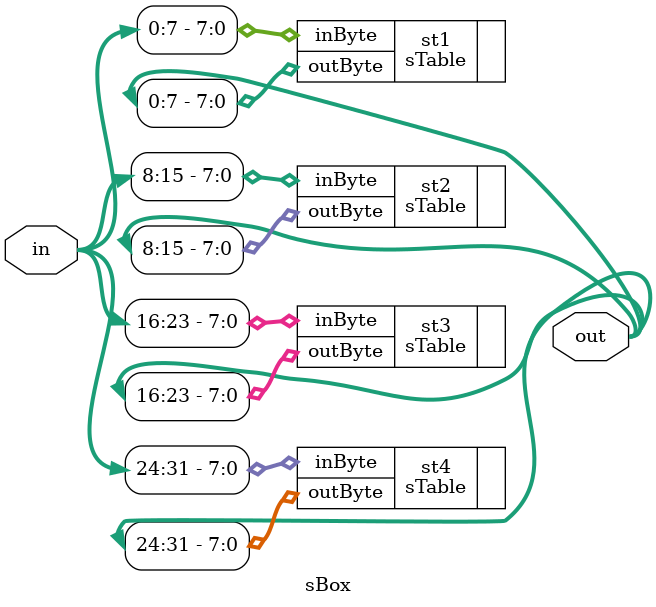
<source format=v>

module sBox (
   input [0:31] in,
   output [0:31] out
);

  sTable st1 (.inByte (in[0:7]),.outByte(out[0:7]));
  sTable st2 (.inByte (in[8:15]),.outByte(out[8:15]));
  sTable st3 (.inByte (in[16:23]),.outByte(out[16:23]));
  sTable st4 (.inByte (in[24:31]),.outByte(out[24:31]));

endmodule

</source>
